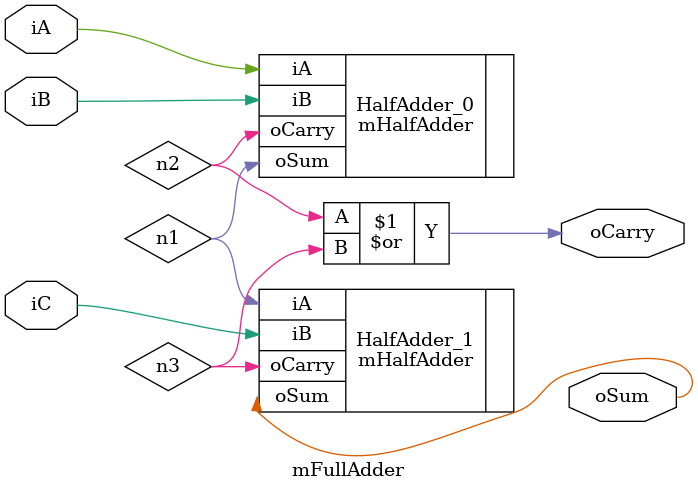
<source format=v>
module mFullAdder(input iA, input iB, input iC, output oSum, output oCarry);

    wire n1, n2, n3;

    mHalfAdder HalfAdder_0(
        .iA(iA), 
        .iB(iB), 
        .oSum(n1), 
        .oCarry(n2)
    );
    mHalfAdder HalfAdder_1(
        .iA(n1), 
        .iB(iC), 
        .oSum(oSum),
		  .oCarry(n3)
    );

    assign oCarry = n2 | n3;
endmodule

</source>
